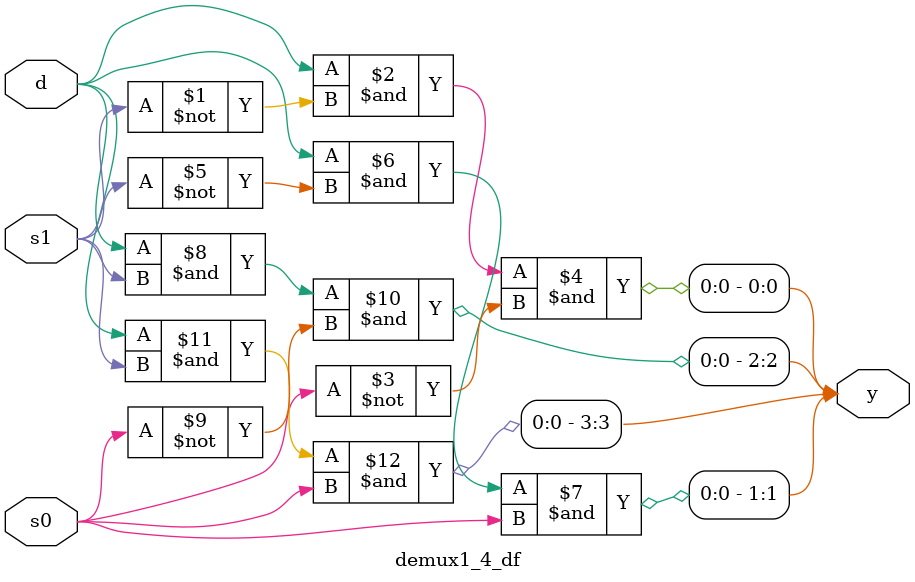
<source format=v>
module demux1_4_df (y, d, s0, s1);
    input d, s0, s1;
    output [3:0] y;

    assign y[0] = d & ~s1 & ~s0;
    assign y[1] = d & ~s1 & s0;
    assign y[2] = d & s1 & ~s0;
    assign y[3] = d & s1 & s0;
endmodule


</source>
